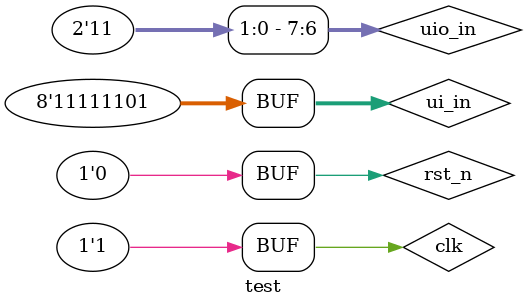
<source format=v>
`timescale 1 ns/10 ps  // time-unit = 1 ns, precision = 10 ps

module test;

  /* Make a reset that pulses once. */
    reg[7:0] ui_in;
    reg[7:0] uio_in;
    
    wire[7:0] uo_out;
    wire [7:0] uio_out;
    reg clk;
    reg rst_n;
     
  c_tt_um_ternaryPC_radixconvert c1 (
  .ui_in(ui_in),
  .uio_in(uio_in),
  .uo_out(uo_out),
  .uio_out(uio_out),
  
  .clk(clk),
  .rst_n(rst_n));
  
  // duration for each bit = 20 * timescale = 20 * 1 ns  = 20ns
  localparam delayNs = 20;  
    
  //balanced ternary encoding notation. 
  //01 is logical -1
  //11 is logical 0 
  //10 is logical 1
  //00 is illegal / undefined 
  
  initial begin
      
      //set count registers to all logical zero (note the range is -40, 40 and it is set at 0)
      uio_in[7:6] =  2'b11;//this is the most significant trit (d3)
      ui_in [7:2] = 6'b111111; //these are in order d2, d1, d0
      
      //set count direction to count up 2'b10 is count up, 2'b01 is count down and 2'b11 is no count/hold
      ui_in [1:0] = 2'b10;
    
      //set load data flag (overwrites count)
      rst_n = 1;
      
      //set clock (writing at rising edge)
      clk =0;
      #delayNs;
     
      clk =1;
      #delayNs;
  
      //disable load flag  
      rst_n = 0;
      clk =0;
      #delayNs;
      clk =1;
      #delayNs;
    
      //add a bunch of times
      clk =0;
      #delayNs;
      clk =1;
      #delayNs;
    
      clk =0;
      #delayNs;
      clk =1;
      #delayNs;
    
      clk =0;
      #delayNs;
      clk =1;
      #delayNs;
    
      clk =0;
      #delayNs;
      clk =1;
  
      //reverse count dir
      ui_in [1:0] = 2'b01;
      #delayNs;
  
       clk =0;
       #delayNs;
       clk =1;
       #delayNs;
       
       clk =0;
       #delayNs;
       clk =1;
       #delayNs;
       
       clk =0;
       #delayNs;
       clk =1;
       #delayNs;
       
       clk =0;
       #delayNs;
       clk =1;
       #delayNs;
  end

  initial
     $monitor("At time %t, value = %h (%0d)",
              $time, uo_out, uo_out);
endmodule // test
</source>
